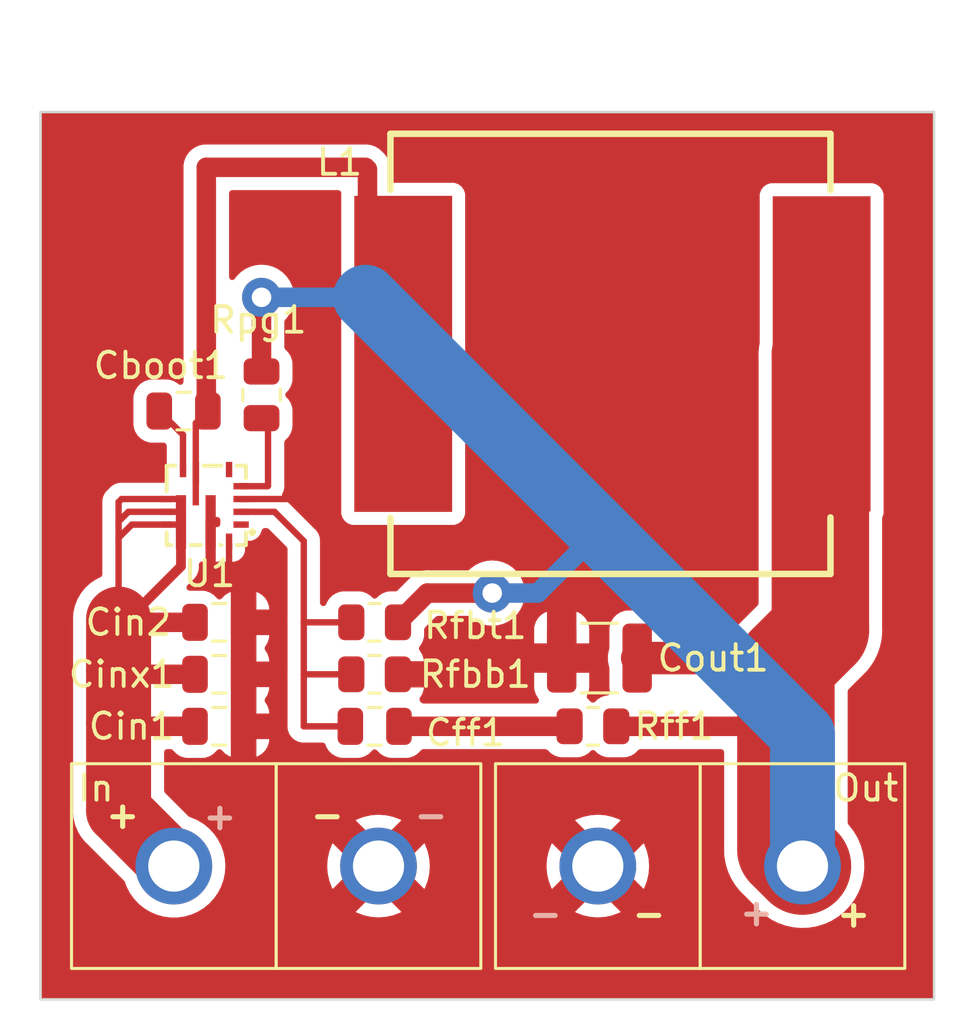
<source format=kicad_pcb>
(kicad_pcb (version 20221018) (generator pcbnew)
  (layers (0 "F.Cu" signal) (31 "B.Cu" signal) (34 "B.Paste" user) (35 "F.Paste" user) (36 "B.SilkS" user "B.Silkscreen") (37 "F.SilkS" user "F.Silkscreen") (38 "B.Mask" user) (39 "F.Mask" user) (44 "Edge.Cuts" user))
  (net 0 "")
  (net 1 "Net-(U1-boot)")
  (net 2 "Net-(U1-sw)")
  (net 3 "Net-(Cff1-Pad1)")
  (net 4 "/FB")
  (net 5 "/VIN")
  (net 6 "Net-(U1-pg)")
  (net 7 "/VOUT")
  (net 8 "GND")
  (footprint "Capacitor_SMD:C_0805_2012Metric" (layer "F.Cu") (at 61.5715 87.376 180)
    (fp_text reference "Cff1" (at -3.556 -0.254) (layer "F.SilkS"))
    (fp_text value "100p")
    (fp_line (start -0.261252 -0.735) (end 0.261252 -0.735) (stroke (width 0.12)) (layer "F.SilkS"))
    (fp_line (start -0.261252 0.735) (end 0.261252 0.735) (stroke (width 0.12)) (layer "F.SilkS"))
    (pad "1" smd roundrect (at -0.95 0 180) (size 1 1.45) (layers "F.Cu" "F.Paste" "F.Mask") (net 3 "Net-(Cff1-Pad1)"))
    (pad "2" smd roundrect (at 0.95 0 180) (size 1 1.45) (layers "F.Cu" "F.Paste" "F.Mask") (net 4 "/FB"))
  )
  (footprint "Resistor_SMD:R_0805_2012Metric" (layer "F.Cu") (at 61.5715 85.344)
    (fp_text reference "Rfbb1" (at 3.937 0) (layer "F.SilkS"))
    (fp_text value "10k")
    (fp_line (start -0.227064 -0.735) (end 0.227064 -0.735) (stroke (width 0.12)) (layer "F.SilkS"))
    (fp_line (start -0.227064 0.735) (end 0.227064 0.735) (stroke (width 0.12)) (layer "F.SilkS"))
    (pad "1" smd roundrect (at -0.9125 0) (size 1.025 1.4) (layers "F.Cu" "F.Paste" "F.Mask") (roundrect_rratio 0.243902) (net 4 "/FB"))
    (pad "2" smd roundrect (at 0.9125 0) (size 1.025 1.4) (layers "F.Cu" "F.Paste" "F.Mask") (roundrect_rratio 0.243902) (net 8 "GND"))
  )
  (footprint "Resistor_SMD:R_0805_2012Metric" (layer "F.Cu") (at 57.15 74.422 -90)
    (fp_text reference "Rpg1" (at -2.921 0.127) (layer "F.SilkS"))
    (fp_text value "100k")
    (fp_line (start -0.227064 -0.735) (end 0.227064 -0.735) (stroke (width 0.12)) (layer "F.SilkS"))
    (fp_line (start -0.227064 0.735) (end 0.227064 0.735) (stroke (width 0.12)) (layer "F.SilkS"))
    (pad "1" smd roundrect (at -0.9125 0 270) (size 1.025 1.4) (layers "F.Cu" "F.Paste" "F.Mask") (roundrect_rratio 0.243902) (net 7 "/VOUT"))
    (pad "2" smd roundrect (at 0.9125 0 270) (size 1.025 1.4) (layers "F.Cu" "F.Paste" "F.Mask") (roundrect_rratio 0.243902) (net 6 "Net-(U1-pg)"))
  )
  (footprint "Capacitor_SMD:C_0805_2012Metric" (layer "F.Cu") (at 55.499 85.344)
    (fp_text reference "Cinx1" (at -3.81 0) (layer "F.SilkS"))
    (fp_text value "100n")
    (fp_line (start -0.261252 -0.735) (end 0.261252 -0.735) (stroke (width 0.12)) (layer "F.SilkS"))
    (fp_line (start -0.261252 0.735) (end 0.261252 0.735) (stroke (width 0.12)) (layer "F.SilkS"))
    (pad "1" smd roundrect (at -0.95 0) (size 1 1.45) (layers "F.Cu" "F.Paste" "F.Mask") (net 5 "/VIN"))
    (pad "2" smd roundrect (at 0.95 0) (size 1 1.45) (layers "F.Cu" "F.Paste" "F.Mask") (net 8 "GND"))
  )
  (footprint "Resistor_SMD:R_0805_2012Metric" (layer "F.Cu") (at 70.104 87.376)
    (fp_text reference "Rff1" (at 3.175 0) (layer "F.SilkS"))
    (fp_text value "20k")
    (fp_line (start -0.227064 -0.735) (end 0.227064 -0.735) (stroke (width 0.12)) (layer "F.SilkS"))
    (fp_line (start -0.227064 0.735) (end 0.227064 0.735) (stroke (width 0.12)) (layer "F.SilkS"))
    (pad "1" smd roundrect (at -0.9125 0) (size 1.025 1.4) (layers "F.Cu" "F.Paste" "F.Mask") (roundrect_rratio 0.243902) (net 3 "Net-(Cff1-Pad1)"))
    (pad "2" smd roundrect (at 0.9125 0) (size 1.025 1.4) (layers "F.Cu" "F.Paste" "F.Mask") (roundrect_rratio 0.243902) (net 7 "/VOUT"))
  )
  (footprint "Capacitor_SMD:C_0805_2012Metric" (layer "F.Cu") (at 54.102 75.057)
    (fp_text reference "Cboot1" (at -0.889 -1.778) (layer "F.SilkS"))
    (fp_text value "100n")
    (fp_line (start -0.261252 -0.735) (end 0.261252 -0.735) (stroke (width 0.12)) (layer "F.SilkS"))
    (fp_line (start -0.261252 0.735) (end 0.261252 0.735) (stroke (width 0.12)) (layer "F.SilkS"))
    (pad "1" smd roundrect (at -0.95 0) (size 1 1.45) (layers "F.Cu" "F.Paste" "F.Mask") (net 1 "Net-(U1-boot)"))
    (pad "2" smd roundrect (at 0.95 0) (size 1 1.45) (layers "F.Cu" "F.Paste" "F.Mask") (net 2 "Net-(U1-sw)"))
  )
  (footprint "Capacitor_SMD:C_0805_2012Metric" (layer "F.Cu") (at 55.499 87.376)
    (fp_text reference "Cin1" (at -3.429 0) (layer "F.SilkS"))
    (fp_text value "10u")
    (fp_line (start -0.261252 -0.735) (end 0.261252 -0.735) (stroke (width 0.12)) (layer "F.SilkS"))
    (fp_line (start -0.261252 0.735) (end 0.261252 0.735) (stroke (width 0.12)) (layer "F.SilkS"))
    (pad "1" smd roundrect (at -0.95 0) (size 1 1.45) (layers "F.Cu" "F.Paste" "F.Mask") (net 5 "/VIN"))
    (pad "2" smd roundrect (at 0.95 0) (size 1 1.45) (layers "F.Cu" "F.Paste" "F.Mask") (net 8 "GND"))
  )
  (footprint "PiE_Footprints:TMPC1707HP-3R3MG-D" (layer "F.Cu") (at 70.866 65.786)
    (fp_text reference "L1" (at -10.668 -0.4572 unlocked) (layer "F.SilkS"))
    (fp_text value "3.3u")
    (fp_line (start -8.678 -1.5642) (end 8.523 -1.5642) (stroke (width 0.254)) (layer "F.SilkS"))
    (fp_line (start -8.678 0.6298) (end -8.678 -1.5642) (stroke (width 0.254)) (layer "F.SilkS"))
    (fp_line (start -8.678 15.6358) (end -8.678 13.4418) (stroke (width 0.254)) (layer "F.SilkS"))
    (fp_line (start -8.678 15.6358) (end 8.523 15.6358) (stroke (width 0.254)) (layer "F.SilkS"))
    (fp_line (start 8.523 -1.5642) (end 8.523 0.6448) (stroke (width 0.254)) (layer "F.SilkS"))
    (fp_line (start 8.523 13.4268) (end 8.523 15.6358) (stroke (width 0.254)) (layer "F.SilkS"))
    (pad "1" smd rect (at -8.178 7.0358) (size 3.825 12.35) (layers "F.Cu" "F.Paste" "F.Mask") (net 2 "Net-(U1-sw)"))
    (pad "2" smd rect (at 8.178 7.0358) (size 3.825 12.32) (layers "F.Cu" "F.Paste" "F.Mask") (net 7 "/VOUT"))
  )
  (footprint "Capacitor_SMD:C_0805_2012Metric" (layer "F.Cu") (at 55.499 83.312)
    (fp_text reference "Cin2" (at -3.556 0) (layer "F.SilkS"))
    (fp_text value "10u")
    (fp_line (start -0.261252 -0.735) (end 0.261252 -0.735) (stroke (width 0.12)) (layer "F.SilkS"))
    (fp_line (start -0.261252 0.735) (end 0.261252 0.735) (stroke (width 0.12)) (layer "F.SilkS"))
    (pad "1" smd roundrect (at -0.95 0) (size 1 1.45) (layers "F.Cu" "F.Paste" "F.Mask") (net 5 "/VIN"))
    (pad "2" smd roundrect (at 0.95 0) (size 1 1.45) (layers "F.Cu" "F.Paste" "F.Mask") (net 8 "GND"))
  )
  (footprint "PiE_Footprints:anderson_horizontal" (layer "F.Cu") (at 74.295 96.837 180)
    (fp_text reference "Out" (at -6.477 7.048 unlocked) (layer "F.SilkS"))
    (fp_text value "Anderson_Horizontal")
    (fp_text user "-" (at 6.05 2 180 unlocked) (layer "B.SilkS") (effects (font (thickness 0.2)) (justify mirror)))
    (fp_text user "+" (at -2.2 2.05 180 unlocked) (layer "B.SilkS") (effects (font (thickness 0.2)) (justify mirror)))
    (fp_text user "-" (at 2 2 180 unlocked) (layer "F.SilkS") (effects (font (thickness 0.2))))
    (fp_text user "+" (at -6 2 180 unlocked) (layer "F.SilkS") (effects (font (thickness 0.2))))
    (fp_rect (start 0 0) (end -8 8) (stroke (width 0.12)) (fill none) (layer "F.SilkS"))
    (fp_rect (start 0 0) (end 8 8) (stroke (width 0.12)) (fill none) (layer "F.SilkS"))
    (pad "1" thru_hole circle (at 4 4 180) (size 3 3) (drill 2) (layers "*.Cu" "*.Mask") (net 8 "GND"))
    (pad "2" thru_hole circle (at -4 4 180) (size 3 3) (drill 2) (layers "*.Cu" "*.Mask") (net 7 "/VOUT"))
  )
  (footprint "Capacitor_SMD:C_1210_3225Metric" (layer "F.Cu") (at 70.358 84.709 180)
    (fp_text reference "Cout1" (at -4.445 0) (layer "F.SilkS"))
    (fp_text value "47u")
    (fp_line (start -0.711252 -1.36) (end 0.711252 -1.36) (stroke (width 0.12)) (layer "F.SilkS"))
    (fp_line (start -0.711252 1.36) (end 0.711252 1.36) (stroke (width 0.12)) (layer "F.SilkS"))
    (pad "1" smd roundrect (at -1.475 0 180) (size 1.15 2.7) (layers "F.Cu" "F.Paste" "F.Mask") (roundrect_rratio 0.217391) (net 7 "/VOUT"))
    (pad "2" smd roundrect (at 1.475 0 180) (size 1.15 2.7) (layers "F.Cu" "F.Paste" "F.Mask") (roundrect_rratio 0.217391) (net 8 "GND"))
  )
  (footprint "Resistor_SMD:R_0805_2012Metric" (layer "F.Cu") (at 61.5715 83.312 180)
    (fp_text reference "Rfbt1" (at -3.937 -0.127) (layer "F.SilkS"))
    (fp_text value "73.2k")
    (fp_line (start -0.227064 -0.735) (end 0.227064 -0.735) (stroke (width 0.12)) (layer "F.SilkS"))
    (fp_line (start -0.227064 0.735) (end 0.227064 0.735) (stroke (width 0.12)) (layer "F.SilkS"))
    (pad "1" smd roundrect (at -0.9125 0 180) (size 1.025 1.4) (layers "F.Cu" "F.Paste" "F.Mask") (roundrect_rratio 0.243902) (net 7 "/VOUT"))
    (pad "2" smd roundrect (at 0.9125 0 180) (size 1.025 1.4) (layers "F.Cu" "F.Paste" "F.Mask") (roundrect_rratio 0.243902) (net 4 "/FB"))
  )
  (footprint "PiE_Footprints:anderson_horizontal" (layer "F.Cu") (at 57.722 88.837)
    (fp_text reference "In" (at -7.049 0.952 unlocked) (layer "F.SilkS"))
    (fp_text value "Anderson_Horizontal")
    (fp_text user "+" (at -2.2 2.05 unlocked) (layer "B.SilkS") (effects (font (thickness 0.2)) (justify mirror)))
    (fp_text user "-" (at 6.05 2 unlocked) (layer "B.SilkS") (effects (font (thickness 0.2)) (justify mirror)))
    (fp_text user "-" (at 2 2 unlocked) (layer "F.SilkS") (effects (font (thickness 0.2))))
    (fp_text user "+" (at -6 2 unlocked) (layer "F.SilkS") (effects (font (thickness 0.2))))
    (fp_rect (start 0 0) (end -8 8) (stroke (width 0.12)) (fill none) (layer "F.SilkS"))
    (fp_rect (start 0 0) (end 8 8) (stroke (width 0.12)) (fill none) (layer "F.SilkS"))
    (pad "1" thru_hole circle (at 4 4) (size 3 3) (drill 2) (layers "*.Cu" "*.Mask") (net 8 "GND"))
    (pad "2" thru_hole circle (at -4 4) (size 3 3) (drill 2) (layers "*.Cu" "*.Mask") (net 5 "/VIN"))
  )
  (footprint "PiE_Footprints:TPS56637RPAR" (layer "F.Cu") (at 54.99 85.0422 180)
    (fp_text reference "U1" (at -0.128 3.6352 unlocked) (layer "F.SilkS"))
    (fp_text value "TPS56637")
    (fp_line (start -1.55 4.7492) (end -1.55 5.2442) (stroke (width 0.152)) (layer "F.SilkS"))
    (fp_line (start -1.55 7.3542) (end -1.55 7.8492) (stroke (width 0.152)) (layer "F.SilkS"))
    (fp_line (start -1.55 7.8492) (end -1.195 7.8492) (stroke (width 0.152)) (layer "F.SilkS"))
    (fp_line (start -1.195 4.7492) (end -1.55 4.7492) (stroke (width 0.152)) (layer "F.SilkS"))
    (fp_line (start -0.585 7.8492) (end 0.105 7.8492) (stroke (width 0.152)) (layer "F.SilkS"))
    (fp_line (start -0.547 4.7492) (end -0.585 4.7492) (stroke (width 0.152)) (layer "F.SilkS"))
    (fp_line (start 0.613 4.7492) (end 0.207 4.7492) (stroke (width 0.152)) (layer "F.SilkS"))
    (fp_line (start 1.215 7.8492) (end 1.55 7.8492) (stroke (width 0.152)) (layer "F.SilkS"))
    (fp_line (start 1.55 4.7492) (end 1.367 4.7492) (stroke (width 0.152)) (layer "F.SilkS"))
    (fp_line (start 1.55 5.2442) (end 1.55 4.7492) (stroke (width 0.152)) (layer "F.SilkS"))
    (fp_line (start 1.55 7.8492) (end 1.55 6.8542) (stroke (width 0.152)) (layer "F.SilkS"))
    (fp_circle (center -1.8 5.2492) (end -1.725 5.2492) (stroke (width 0.15)) (fill none) (layer "F.SilkS"))
    (pad "1" smd rect (at -1.36 5.5492 180) (size 0.6 0.25) (layers "F.Cu" "F.Paste" "F.Mask"))
    (pad "2" smd rect (at -1.36 6.0492 180) (size 0.6 0.25) (layers "F.Cu" "F.Paste" "F.Mask") (net 4 "/FB"))
    (pad "3" smd rect (at -1.36 6.5492 180) (size 0.6 0.25) (layers "F.Cu" "F.Paste" "F.Mask") (net 8 "GND"))
    (pad "4" smd rect (at -1.36 7.0492 180) (size 0.6 0.25) (layers "F.Cu" "F.Paste" "F.Mask") (net 6 "Net-(U1-pg)"))
    (pad "5" smd rect (at -0.89 7.6992 90) (size 0.6 0.25) (layers "F.Cu" "F.Paste" "F.Mask"))
    (pad "6" smd rect (at 0.41 7.1492 180) (size 0.25 1.7) (layers "F.Cu" "F.Paste" "F.Mask") (net 2 "Net-(U1-sw)"))
    (pad "7" smd rect (at 0.91 7.6992 90) (size 0.6 0.25) (layers "F.Cu" "F.Paste" "F.Mask") (net 1 "Net-(U1-boot)"))
    (pad "8" smd rect (at 0.99 5.6492 180) (size 0.4 2.1) (layers "F.Cu" "F.Paste" "F.Mask") (net 5 "/VIN"))
    (pad "8" smd rect (at 1.36 5.5492 180) (size 0.8 0.25) (layers "F.Cu" "F.Paste" "F.Mask") (net 5 "/VIN"))
    (pad "8" smd rect (at 1.36 6.0492 180) (size 0.8 0.25) (layers "F.Cu" "F.Paste" "F.Mask") (net 5 "/VIN"))
    (pad "8" smd rect (at 1.36 6.5492 180) (size 0.8 0.25) (layers "F.Cu" "F.Paste" "F.Mask") (net 5 "/VIN"))
    (pad "9" smd rect (at -0.17 5.6492 180) (size 0.4 2.1) (layers "F.Cu" "F.Paste" "F.Mask") (net 8 "GND"))
    (pad "10" smd rect (at -0.89 4.8992 90) (size 0.6 0.25) (layers "F.Cu" "F.Paste" "F.Mask") (net 8 "GND"))
  )
  (gr_rect (start 48.514 63.373) (end 83.439 98.044) (stroke (width 0.1)) (fill none) (layer "Edge.Cuts"))
  (segment (start 53.152 75.057) (end 54.08 75.985) (width 0.25) (layer "F.Cu") (net 1))
  (segment (start 54.08 75.985) (end 54.08 77.343) (width 0.25) (layer "F.Cu") (net 1))
  (segment (start 61.291 65.609) (end 61.291 71.4248) (width 0.762) (layer "F.Cu") (net 2))
  (segment (start 54.991 74.996) (end 54.991 65.532) (width 0.762) (layer "F.Cu") (net 2))
  (segment (start 55.052 75.057) (end 54.991 74.996) (width 0.25) (layer "F.Cu") (net 2))
  (segment (start 54.991 65.532) (end 61.214 65.532) (width 0.762) (layer "F.Cu") (net 2))
  (segment (start 61.291 71.4248) (end 62.688 72.8218) (width 0.762) (layer "F.Cu") (net 2))
  (segment (start 54.58 75.529) (end 54.58 77.893) (width 0.25) (layer "F.Cu") (net 2))
  (segment (start 55.052 75.057) (end 54.58 75.529) (width 0.25) (layer "F.Cu") (net 2))
  (segment (start 61.214 65.532) (end 61.291 65.609) (width 0.25) (layer "F.Cu") (net 2))
  (segment (start 69.1915 87.376) (end 62.5215 87.376) (width 0.762) (layer "F.Cu") (net 3))
  (segment (start 58.801 83.312) (end 60.659 83.312) (width 0.25) (layer "F.Cu") (net 4))
  (segment (start 57.658 78.994) (end 58.801 80.137) (width 0.25) (layer "F.Cu") (net 4))
  (segment (start 56.926 78.994) (end 57.658 78.994) (width 0.25) (layer "F.Cu") (net 4))
  (segment (start 58.801 85.344) (end 60.659 85.344) (width 0.25) (layer "F.Cu") (net 4))
  (segment (start 58.801 87.376) (end 60.6215 87.376) (width 0.25) (layer "F.Cu") (net 4))
  (segment (start 58.801 85.344) (end 58.801 87.376) (width 0.25) (layer "F.Cu") (net 4))
  (segment (start 58.801 83.312) (end 58.801 85.344) (width 0.25) (layer "F.Cu") (net 4))
  (segment (start 56.925 78.993) (end 56.926 78.994) (width 0.25) (layer "F.Cu") (net 4))
  (segment (start 58.801 80.137) (end 58.801 83.312) (width 0.25) (layer "F.Cu") (net 4))
  (segment (start 56.35 78.993) (end 56.925 78.993) (width 0.25) (layer "F.Cu") (net 4))
  (segment (start 54 81.128) (end 51.943 83.185) (width 0.381) (layer "F.Cu") (net 5))
  (segment (start 51.562 80.01) (end 51.562 79.375) (width 0.25) (layer "F.Cu") (net 5))
  (segment (start 51.562 79.375) (end 51.562 78.613) (width 0.25) (layer "F.Cu") (net 5))
  (segment (start 53.63 78.993) (end 51.944 78.993) (width 0.25) (layer "F.Cu") (net 5))
  (segment (start 53.722 92.837) (end 51.562 90.677) (width 2.54) (layer "F.Cu") (net 5))
  (segment (start 51.943 83.185) (end 51.562 83.185) (width 0.25) (layer "F.Cu") (net 5))
  (segment (start 51.562 85.217) (end 51.562 83.185) (width 2.54) (layer "F.Cu") (net 5))
  (segment (start 53.63 79.493) (end 52.079 79.493) (width 0.25) (layer "F.Cu") (net 5))
  (segment (start 51.562 90.677) (end 51.562 87.249) (width 2.54) (layer "F.Cu") (net 5))
  (segment (start 54 79.393) (end 54 81.128) (width 0.381) (layer "F.Cu") (net 5))
  (segment (start 54.549 85.344) (end 51.689 85.344) (width 0.762) (layer "F.Cu") (net 5))
  (segment (start 51.562 83.185) (end 51.562 80.01) (width 0.25) (layer "F.Cu") (net 5))
  (segment (start 51.689 87.376) (end 51.562 87.249) (width 0.25) (layer "F.Cu") (net 5))
  (segment (start 51.689 85.344) (end 51.562 85.217) (width 0.25) (layer "F.Cu") (net 5))
  (segment (start 52.079 79.493) (end 51.562 80.01) (width 0.25) (layer "F.Cu") (net 5))
  (segment (start 51.689 83.312) (end 51.562 83.185) (width 0.25) (layer "F.Cu") (net 5))
  (segment (start 54.549 87.376) (end 51.689 87.376) (width 0.762) (layer "F.Cu") (net 5))
  (segment (start 51.562 87.249) (end 51.562 85.217) (width 2.54) (layer "F.Cu") (net 5))
  (segment (start 51.944 78.993) (end 51.562 79.375) (width 0.25) (layer "F.Cu") (net 5))
  (segment (start 51.562 78.613) (end 51.682 78.493) (width 0.25) (layer "F.Cu") (net 5))
  (segment (start 51.682 78.493) (end 53.63 78.493) (width 0.25) (layer "F.Cu") (net 5))
  (segment (start 54.549 83.312) (end 51.689 83.312) (width 0.762) (layer "F.Cu") (net 5))
  (segment (start 56.35 77.993) (end 57.389 77.993) (width 0.25) (layer "F.Cu") (net 6))
  (segment (start 57.404 75.5885) (end 57.15 75.3345) (width 0.25) (layer "F.Cu") (net 6))
  (segment (start 57.404 77.978) (end 57.404 75.5885) (width 0.25) (layer "F.Cu") (net 6))
  (segment (start 57.389 77.993) (end 57.404 77.978) (width 0.25) (layer "F.Cu") (net 6))
  (segment (start 77.393 84.709) (end 77.647 84.963) (width 0.25) (layer "F.Cu") (net 7))
  (segment (start 77.647 87.63) (end 77.647 92.189) (width 3.81) (layer "F.Cu") (net 7))
  (segment (start 66.167 82.169) (end 63.627 82.169) (width 0.762) (layer "F.Cu") (net 7))
  (segment (start 71.0165 87.376) (end 77.393 87.376) (width 0.762) (layer "F.Cu") (net 7))
  (segment (start 63.627 82.169) (end 62.484 83.312) (width 0.762) (layer "F.Cu") (net 7))
  (segment (start 78.994 83.616) (end 77.647 84.963) (width 3.81) (layer "F.Cu") (net 7))
  (segment (start 77.393 87.376) (end 77.647 87.63) (width 0.25) (layer "F.Cu") (net 7))
  (segment (start 77.647 92.189) (end 78.295 92.837) (width 3.81) (layer "F.Cu") (net 7))
  (segment (start 71.833 84.709) (end 77.393 84.709) (width 1.27) (layer "F.Cu") (net 7))
  (segment (start 57.15 73.5095) (end 57.15 70.612) (width 0.762) (layer "F.Cu") (net 7))
  (segment (start 77.647 84.963) (end 77.647 87.63) (width 3.81) (layer "F.Cu") (net 7))
  (segment (start 79.044 72.8218) (end 78.994 72.8718) (width 3.81) (layer "F.Cu") (net 7))
  (segment (start 78.994 72.8718) (end 78.994 83.616) (width 3.81) (layer "F.Cu") (net 7))
  (via (at 57.15 70.612) (size 1.524) (drill 0.762) (layers "F.Cu" "B.Cu") (net 7))
  (via (at 66.167 82.169) (size 1.524) (drill 0.762) (layers "F.Cu" "B.Cu") (net 7))
  (segment (start 78.295 87.693) (end 78.295 92.837) (width 2.54) (layer "B.Cu") (net 7))
  (segment (start 67.945 82.169) (end 70.358 79.756) (width 0.762) (layer "B.Cu") (net 7))
  (segment (start 66.167 82.169) (end 67.945 82.169) (width 0.762) (layer "B.Cu") (net 7))
  (segment (start 70.358 79.756) (end 78.295 87.693) (width 2.54) (layer "B.Cu") (net 7))
  (segment (start 57.15 70.612) (end 61.214 70.612) (width 0.762) (layer "B.Cu") (net 7))
  (segment (start 61.214 70.612) (end 70.358 79.756) (width 2.54) (layer "B.Cu") (net 7))
  (segment (start 56.35 78.493) (end 58.794 78.493) (width 0.25) (layer "F.Cu") (net 8))
  (zone (net 8) (net_name "GND") (layer "F.Cu") (connect_pads (clearance 0.508)) (min_thickness 0.25) (fill yes (thermal_gap 0.5) (thermal_bridge_width 1.27))
    (polygon (pts (xy 48.514 63.373) (xy 83.439 63.373) (xy 83.439 98.044) (xy 48.514 98.044)))
  )
)
</source>
